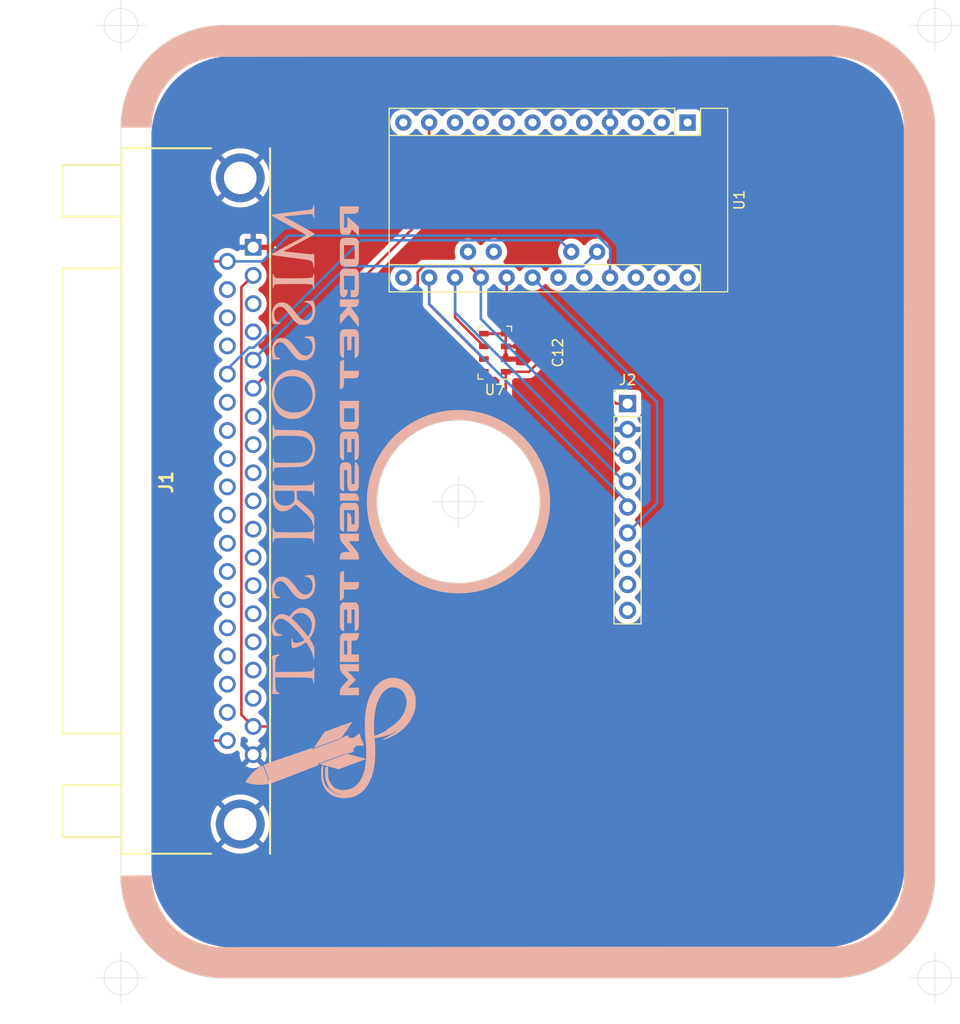
<source format=kicad_pcb>
(kicad_pcb (version 20211014) (generator pcbnew)
  (layers (0 "F.Cu" signal) (31 "B.Cu" signal) (34 "B.Paste" user) (35 "F.Paste" user) (36 "B.SilkS" user "B.Silkscreen") (37 "F.SilkS" user "F.Silkscreen") (38 "B.Mask" user) (39 "F.Mask" user) (44 "Edge.Cuts" user))
  (net 0 "")
  (net 1 "+3V3")
  (net 2 "GND")
  (net 3 "+5V")
  (net 4 "/DSUB/t_miso")
  (net 5 "/Altimeter/SDO")
  (net 6 "/Altimeter/SDI_SDA")
  (net 7 "/Altimeter/SCLK")
  (net 33 "/Arduino/sd_cs")
  (net 34 "/sdcard/d1")
  (net 43 "/DSUB/SWDIO")
  (net 44 "/Arduino/I2C_SCL")
  (net 45 "/Arduino/I2C_EN")
  (net 46 "/DSUB/Fire")
  (net 47 "/DSUB/t_mosi")
  (net 48 "/DSUB/t_clk")
  (net 49 "/DSUB/SWCLK")
  (net 50 "/Arduino/I2C_SDA")
  (net 51 "/DSUB/NRST")
  (net 52 "/DSUB/Fire_redundant")
  (net 53 "/Arduino/SPI_SS")
  (net 58 "/sdcard/d2")
  (net 59 "/sdcard/det")
  (net 60 "/Altimeter/~{CSB}")
  (footprint "Connector_PinHeader_2.54mm:PinHeader_1x09_P2.54mm_Vertical" (layer "F.Cu") (at 129.80011 87.16011)
    (fp_text reference "J2" (at 0 -2.33) (layer "F.SilkS"))
    (fp_text value "Conn_01x09")
    (pad "1" thru_hole rect (at 0 0) (size 1.7 1.7) (drill 1) (layers *.Cu *.Mask) (net 1 "+3V3"))
    (pad "2" thru_hole oval (at 0 2.54) (size 1.7 1.7) (drill 1) (layers *.Cu *.Mask) (net 2 "GND"))
    (pad "3" thru_hole oval (at 0 5.08) (size 1.7 1.7) (drill 1) (layers *.Cu *.Mask) (net 7 "/Altimeter/SCLK"))
    (pad "4" thru_hole oval (at 0 7.62) (size 1.7 1.7) (drill 1) (layers *.Cu *.Mask) (net 5 "/Altimeter/SDO"))
    (pad "5" thru_hole oval (at 0 10.16) (size 1.7 1.7) (drill 1) (layers *.Cu *.Mask) (net 6 "/Altimeter/SDI_SDA"))
    (pad "6" thru_hole oval (at 0 12.7) (size 1.7 1.7) (drill 1) (layers *.Cu *.Mask) (net 33 "/Arduino/sd_cs"))
    (pad "7" thru_hole oval (at 0 15.24) (size 1.7 1.7) (drill 1) (layers *.Cu *.Mask) (net 34 "/sdcard/d1"))
    (pad "8" thru_hole oval (at 0 17.78) (size 1.7 1.7) (drill 1) (layers *.Cu *.Mask) (net 58 "/sdcard/d2"))
    (pad "9" thru_hole oval (at 0 20.32) (size 1.7 1.7) (drill 1) (layers *.Cu *.Mask) (net 59 "/sdcard/det"))
  )
  (footprint "Package_LGA:LGA-8_3x5mm_P1.25mm" (layer "F.Cu") (at 116.75011 82.16011 180)
    (fp_text reference "U7" (at 0 -3.65) (layer "F.SilkS"))
    (fp_text value "MS5607-02BA")
    (pad "1" smd rect (at -1.075 -1.875 180) (size 0.95 0.55) (layers "F.Cu" "F.Paste" "F.Mask") (net 1 "+3V3"))
    (pad "2" smd rect (at -1.075 -0.625 180) (size 0.95 0.55) (layers "F.Cu" "F.Paste" "F.Mask") (net 2 "GND"))
    (pad "3" smd rect (at -1.075 0.625 180) (size 0.95 0.55) (layers "F.Cu" "F.Paste" "F.Mask") (net 2 "GND"))
    (pad "4" smd rect (at -1.075 1.875 180) (size 0.95 0.55) (layers "F.Cu" "F.Paste" "F.Mask") (net 60 "/Altimeter/~{CSB}"))
    (pad "5" smd rect (at 1.075 1.875 180) (size 0.95 0.55) (layers "F.Cu" "F.Paste" "F.Mask") (net 60 "/Altimeter/~{CSB}"))
    (pad "6" smd rect (at 1.075 0.625 180) (size 0.95 0.55) (layers "F.Cu" "F.Paste" "F.Mask") (net 5 "/Altimeter/SDO"))
    (pad "7" smd rect (at 1.075 -0.625 180) (size 0.95 0.55) (layers "F.Cu" "F.Paste" "F.Mask") (net 6 "/Altimeter/SDI_SDA"))
    (pad "8" smd rect (at 1.075 -1.875 180) (size 0.95 0.55) (layers "F.Cu" "F.Paste" "F.Mask") (net 7 "/Altimeter/SCLK"))
  )
  (footprint "Arduino:Arduino_Pro_Mini" (layer "F.Cu") (at 135.70011 59.54011 -90)
    (fp_text reference "U1" (at 7.62 -5.08 90) (layer "F.SilkS"))
    (fp_text value "Arduino_Pro_Mini")
    (pad "1" thru_hole rect locked (at 0 0 270) (size 1.6 1.6) (drill 0.8) (layers *.Cu *.Mask))
    (pad "2" thru_hole oval locked (at 0 2.54 270) (size 1.6 1.6) (drill 0.8) (layers *.Cu *.Mask))
    (pad "3" thru_hole oval locked (at 0 5.08 270) (size 1.6 1.6) (drill 0.8) (layers *.Cu *.Mask))
    (pad "4" thru_hole oval locked (at 0 7.62 270) (size 1.6 1.6) (drill 0.8) (layers *.Cu *.Mask) (net 2 "GND"))
    (pad "5" thru_hole oval locked (at 0 10.16 270) (size 1.6 1.6) (drill 0.8) (layers *.Cu *.Mask))
    (pad "6" thru_hole oval locked (at 0 12.7 270) (size 1.6 1.6) (drill 0.8) (layers *.Cu *.Mask))
    (pad "7" thru_hole oval locked (at 0 15.24 270) (size 1.6 1.6) (drill 0.8) (layers *.Cu *.Mask))
    (pad "8" thru_hole oval locked (at 0 17.78 270) (size 1.6 1.6) (drill 0.8) (layers *.Cu *.Mask))
    (pad "9" thru_hole oval locked (at 0 20.32 270) (size 1.6 1.6) (drill 0.8) (layers *.Cu *.Mask))
    (pad "10" thru_hole oval locked (at 0 22.86 270) (size 1.6 1.6) (drill 0.8) (layers *.Cu *.Mask))
    (pad "11" thru_hole oval locked (at 0 25.4 270) (size 1.6 1.6) (drill 0.8) (layers *.Cu *.Mask) (net 45 "/Arduino/I2C_EN"))
    (pad "12" thru_hole oval locked (at 0 27.94 270) (size 1.6 1.6) (drill 0.8) (layers *.Cu *.Mask))
    (pad "13" thru_hole oval locked (at 15.24 27.94 270) (size 1.6 1.6) (drill 0.8) (layers *.Cu *.Mask) (net 53 "/Arduino/SPI_SS"))
    (pad "14" thru_hole oval locked (at 15.24 25.4 270) (size 1.6 1.6) (drill 0.8) (layers *.Cu *.Mask) (net 6 "/Altimeter/SDI_SDA"))
    (pad "15" thru_hole oval locked (at 15.24 22.86 270) (size 1.6 1.6) (drill 0.8) (layers *.Cu *.Mask) (net 5 "/Altimeter/SDO"))
    (pad "16" thru_hole oval locked (at 15.24 20.32 270) (size 1.6 1.6) (drill 0.8) (layers *.Cu *.Mask) (net 7 "/Altimeter/SCLK"))
    (pad "17" thru_hole oval locked (at 15.24 17.78 270) (size 1.6 1.6) (drill 0.8) (layers *.Cu *.Mask) (net 60 "/Altimeter/~{CSB}"))
    (pad "18" thru_hole oval locked (at 15.24 15.24 270) (size 1.6 1.6) (drill 0.8) (layers *.Cu *.Mask) (net 33 "/Arduino/sd_cs"))
    (pad "19" thru_hole oval locked (at 15.24 12.7 270) (size 1.6 1.6) (drill 0.8) (layers *.Cu *.Mask))
    (pad "20" thru_hole oval locked (at 15.24 10.16 270) (size 1.6 1.6) (drill 0.8) (layers *.Cu *.Mask))
    (pad "21" thru_hole oval locked (at 15.24 7.62 270) (size 1.6 1.6) (drill 0.8) (layers *.Cu *.Mask) (net 3 "+5V"))
    (pad "22" thru_hole oval locked (at 15.24 5.08 270) (size 1.6 1.6) (drill 0.8) (layers *.Cu *.Mask))
    (pad "23" thru_hole oval locked (at 15.24 2.54 270) (size 1.6 1.6) (drill 0.8) (layers *.Cu *.Mask))
    (pad "24" thru_hole oval locked (at 15.24 0 270) (size 1.6 1.6) (drill 0.8) (layers *.Cu *.Mask))
    (pad "A4" thru_hole oval locked (at 12.7 11.43 270) (size 1.6 1.6) (drill 0.8) (layers *.Cu *.Mask) (net 50 "/Arduino/I2C_SDA"))
    (pad "A5" thru_hole oval locked (at 12.7 8.89 270) (size 1.6 1.6) (drill 0.8) (layers *.Cu *.Mask) (net 44 "/Arduino/I2C_SCL"))
    (pad "A6" thru_hole oval locked (at 12.7 21.59 270) (size 1.6 1.6) (drill 0.8) (layers *.Cu *.Mask))
    (pad "A7" thru_hole oval locked (at 12.7 19.05 270) (size 1.6 1.6) (drill 0.8) (layers *.Cu *.Mask))
  )
  (footprint "RDT_Custom_Footprints:L717SDC37P1ACH4F" (layer "F.Cu") (at 93 71.8 -90)
    (fp_text reference "J1" (at 23.09011 8.53989 90) (layer "F.SilkS") (effects (font (size 1.27 1.27) (thickness 0.254))))
    (fp_text value "L717SDC37P1ACH4F" hide)
    (pad "1" thru_hole rect locked (at 0 0 270) (size 1.65 1.65) (drill 1.1) (layers *.Cu *.Mask) (net 2 "GND"))
    (pad "2" thru_hole circle locked (at 2.77 0 270) (size 1.65 1.65) (drill 1.1) (layers *.Cu *.Mask) (net 1 "+3V3"))
    (pad "3" thru_hole circle locked (at 5.54 0 270) (size 1.65 1.65) (drill 1.1) (layers *.Cu *.Mask) (net 4 "/DSUB/t_miso"))
    (pad "4" thru_hole circle locked (at 8.31 0 270) (size 1.65 1.65) (drill 1.1) (layers *.Cu *.Mask) (net 43 "/DSUB/SWDIO"))
    (pad "5" thru_hole circle locked (at 11.08 0 270) (size 1.65 1.65) (drill 1.1) (layers *.Cu *.Mask) (net 44 "/Arduino/I2C_SCL"))
    (pad "6" thru_hole circle locked (at 13.85 0 270) (size 1.65 1.65) (drill 1.1) (layers *.Cu *.Mask) (net 45 "/Arduino/I2C_EN"))
    (pad "7" thru_hole circle locked (at 16.62 0 270) (size 1.65 1.65) (drill 1.1) (layers *.Cu *.Mask) (net 46 "/DSUB/Fire"))
    (pad "8" thru_hole circle locked (at 19.39 0 270) (size 1.65 1.65) (drill 1.1) (layers *.Cu *.Mask))
    (pad "9" thru_hole circle locked (at 22.16 0 270) (size 1.65 1.65) (drill 1.1) (layers *.Cu *.Mask))
    (pad "10" thru_hole circle locked (at 24.93 0 270) (size 1.65 1.65) (drill 1.1) (layers *.Cu *.Mask))
    (pad "11" thru_hole circle locked (at 27.7 0 270) (size 1.65 1.65) (drill 1.1) (layers *.Cu *.Mask))
    (pad "12" thru_hole circle locked (at 30.47 0 270) (size 1.65 1.65) (drill 1.1) (layers *.Cu *.Mask))
    (pad "13" thru_hole circle locked (at 33.24 0 270) (size 1.65 1.65) (drill 1.1) (layers *.Cu *.Mask))
    (pad "14" thru_hole circle locked (at 36.01 0 270) (size 1.65 1.65) (drill 1.1) (layers *.Cu *.Mask))
    (pad "15" thru_hole circle locked (at 38.78 0 270) (size 1.65 1.65) (drill 1.1) (layers *.Cu *.Mask))
    (pad "16" thru_hole circle locked (at 41.55 0 270) (size 1.65 1.65) (drill 1.1) (layers *.Cu *.Mask))
    (pad "17" thru_hole circle locked (at 44.32 0 270) (size 1.65 1.65) (drill 1.1) (layers *.Cu *.Mask))
    (pad "18" thru_hole circle locked (at 47.09 0 270) (size 1.65 1.65) (drill 1.1) (layers *.Cu *.Mask) (net 1 "+3V3"))
    (pad "19" thru_hole circle locked (at 49.86 0 270) (size 1.65 1.65) (drill 1.1) (layers *.Cu *.Mask) (net 2 "GND"))
    (pad "20" thru_hole circle locked (at 1.385 2.54 270) (size 1.65 1.65) (drill 1.1) (layers *.Cu *.Mask) (net 3 "+5V"))
    (pad "21" thru_hole circle locked (at 4.155 2.54 270) (size 1.65 1.65) (drill 1.1) (layers *.Cu *.Mask) (net 47 "/DSUB/t_mosi"))
    (pad "22" thru_hole circle locked (at 6.925 2.54 270) (size 1.65 1.65) (drill 1.1) (layers *.Cu *.Mask) (net 48 "/DSUB/t_clk"))
    (pad "23" thru_hole circle locked (at 9.695 2.54 270) (size 1.65 1.65) (drill 1.1) (layers *.Cu *.Mask) (net 49 "/DSUB/SWCLK"))
    (pad "24" thru_hole circle locked (at 12.465 2.54 270) (size 1.65 1.65) (drill 1.1) (layers *.Cu *.Mask) (net 50 "/Arduino/I2C_SDA"))
    (pad "25" thru_hole circle locked (at 15.235 2.54 270) (size 1.65 1.65) (drill 1.1) (layers *.Cu *.Mask) (net 51 "/DSUB/NRST"))
    (pad "26" thru_hole circle locked (at 18.005 2.54 270) (size 1.65 1.65) (drill 1.1) (layers *.Cu *.Mask) (net 52 "/DSUB/Fire_redundant"))
    (pad "27" thru_hole circle locked (at 20.775 2.54 270) (size 1.65 1.65) (drill 1.1) (layers *.Cu *.Mask))
    (pad "28" thru_hole circle locked (at 23.545 2.54 270) (size 1.65 1.65) (drill 1.1) (layers *.Cu *.Mask))
    (pad "29" thru_hole circle locked (at 26.315 2.54 270) (size 1.65 1.65) (drill 1.1) (layers *.Cu *.Mask))
    (pad "30" thru_hole circle locked (at 29.085 2.54 270) (size 1.65 1.65) (drill 1.1) (layers *.Cu *.Mask))
    (pad "31" thru_hole circle locked (at 31.855 2.54 270) (size 1.65 1.65) (drill 1.1) (layers *.Cu *.Mask))
    (pad "32" thru_hole circle locked (at 34.625 2.54 270) (size 1.65 1.65) (drill 1.1) (layers *.Cu *.Mask))
    (pad "33" thru_hole circle locked (at 37.395 2.54 270) (size 1.65 1.65) (drill 1.1) (layers *.Cu *.Mask))
    (pad "34" thru_hole circle locked (at 40.165 2.54 270) (size 1.65 1.65) (drill 1.1) (layers *.Cu *.Mask))
    (pad "35" thru_hole circle locked (at 42.935 2.54 270) (size 1.65 1.65) (drill 1.1) (layers *.Cu *.Mask))
    (pad "36" thru_hole circle locked (at 45.705 2.54 270) (size 1.65 1.65) (drill 1.1) (layers *.Cu *.Mask))
    (pad "37" thru_hole circle locked (at 48.475 2.54 270) (size 1.65 1.65) (drill 1.1) (layers *.Cu *.Mask) (net 3 "+5V"))
    (pad "MH1" thru_hole circle locked (at -6.82 1.27 270) (size 4.8 4.8) (drill 3.2) (layers *.Cu *.Mask) (net 2 "GND"))
    (pad "MH2" thru_hole circle locked (at 56.68 1.27 270) (size 4.8 4.8) (drill 3.2) (layers *.Cu *.Mask) (net 2 "GND"))
  )
  (footprint "Capacitor_SMD:C_0201_0603Metric" (layer "F.Cu") (at 124.00011 82.16011 90)
    (fp_text reference "C12" (at 0 -1.05 90) (layer "F.SilkS"))
    (fp_text value "100nF")
    (pad "1" smd roundrect (at -0.32 0 90) (size 0.46 0.4) (layers "F.Cu" "F.Mask") (net 1 "+3V3"))
    (pad "2" smd roundrect (at 0.32 0 90) (size 0.46 0.4) (layers "F.Cu" "F.Mask") (net 2 "GND"))
  )
  (footprint "RDT_Graphics:RDT_Logo" (layer "B.Cu") (at 100.6 96.8 -90)
    (fp_text reference "G***" hide)
    (fp_text value "LOGO" hide)
  )
  (gr_poly (pts (xy 159.999838 133.610677) (xy 159.969838 134.270677) (xy 159.899838 134.970677) (xy 159.759838 135.750677) (xy 159.569838 136.510677) (xy 159.299838 137.260677) (xy 159.009838 137.920677) (xy 158.679838 138.540677) (xy 158.249838 139.260677) (xy 157.749838 139.910677) (xy 157.369838 140.340677) (xy 156.879838 140.850677) (xy 156.479838 141.220677) (xy 156.039838 141.560677) (xy 155.589838 141.890677) (xy 154.919838 142.300677) (xy 154.359838 142.590677) (xy 153.859838 142.830677) (xy 153.219838 143.060677) (xy 152.499838 143.280677) (xy 151.999838 143.400677) (xy 151.619838 143.460677) (xy 151.189838 143.520677) (xy 150.669838 143.560677) (xy 150.109838 143.590677) (xy 149.979838 143.590677) (xy 150.089838 140.600677) (xy 150.119838 140.600677) (xy 151.099838 140.500677) (xy 151.959838 140.320677) (xy 152.769838 140.020677) (xy 153.319838 139.740677) (xy 153.899838 139.410677) (xy 154.469838 139.000677) (xy 155.039838 138.480677) (xy 155.639838 137.770677) (xy 155.969838 137.250677) (xy 156.359838 136.530677) (xy 156.539838 136.110677) (xy 156.749838 135.470677) (xy 156.919838 134.720677) (xy 156.989838 134.260677) (xy 157.019838 133.540677) (xy 159.999838 133.540677)) (layer "B.SilkS") (width 0.1) (fill solid))
  (gr_poly (pts (xy 149.999838 143.600677) (xy 89.974838 143.595677) (xy 89.999838 140.630677) (xy 150.109124 140.590677)) (layer "B.SilkS") (width 0.1) (fill solid))
  (gr_circle (center 113.18 96.8) (end 121.68 96.8) (layer "B.SilkS") (width 1) (fill none))
  (gr_poly (pts (xy 89.949838 143.590677) (xy 89.139838 143.550677) (xy 87.859838 143.360677) (xy 86.599838 142.970677) (xy 86.009838 142.760677) (xy 84.759838 142.100677) (xy 83.639838 141.320677) (xy 82.739838 140.480677) (xy 82.109838 139.740677) (xy 81.569838 138.950677) (xy 81.219838 138.390677) (xy 80.839838 137.560677) (xy 80.529838 136.760677) (xy 80.239839 135.710677) (xy 80.139838 135.110677) (xy 80.019838 134.340677) (xy 79.999838 133.600738) (xy 82.999838 133.570677) (xy 82.999839 133.729963) (xy 83.019838 134.210676) (xy 83.119838 134.980677) (xy 83.399838 135.950677) (xy 83.649838 136.570677) (xy 83.969838 137.170677) (xy 84.429838 137.870677) (xy 84.799838 138.310677) (xy 85.389838 138.890677) (xy 86.229838 139.520677) (xy 87.039838 139.960677) (xy 87.819838 140.270677) (xy 88.619838 140.490677) (xy 89.219838 140.580678) (xy 89.974838 140.620677) (xy 89.974838 143.595677) (xy 89.949837 143.595677)) (layer "B.SilkS") (width 0.1) (fill solid))
  (gr_poly (pts (xy 159.999838 133.540677) (xy 157.019838 133.540677) (xy 156.999838 60.041725) (xy 159.999838 60.041725)) (layer "B.SilkS") (width 0.1) (fill solid))
  (gr_poly (pts (xy 150.024838 52.991725) (xy 89.779838 53.031725) (xy 89.994777 50.016725) (xy 150.024838 50.016725)) (layer "B.SilkS") (width 0.1) (fill solid))
  (gr_poly (pts (xy 80.004838 59.966725) (xy 80.044838 59.156725) (xy 80.234838 57.876725) (xy 80.624838 56.616725) (xy 80.834838 56.026725) (xy 81.494838 54.776725) (xy 82.274838 53.656725) (xy 83.114838 52.756725) (xy 83.854838 52.126725) (xy 84.644838 51.586725) (xy 85.204838 51.236725) (xy 86.034838 50.856725) (xy 86.834838 50.546725) (xy 87.884838 50.256726) (xy 88.484838 50.156725) (xy 89.254838 50.036725) (xy 89.994777 50.016725) (xy 90.04 53.03) (xy 89.779838 53.031725) (xy 89.384839 53.036725) (xy 88.614838 53.136725) (xy 87.644838 53.416725) (xy 87.024838 53.666725) (xy 86.424838 53.986725) (xy 85.724838 54.446725) (xy 85.284838 54.816725) (xy 84.704838 55.406725) (xy 84.074838 56.246725) (xy 83.634838 57.056725) (xy 83.324838 57.836725) (xy 83.104838 58.636725) (xy 83.014837 59.236725) (xy 82.974838 59.991725) (xy 79.999838 59.991725) (xy 79.999838 59.966724)) (layer "B.SilkS") (width 0.1) (fill solid))
  (gr_poly (pts (xy 150.049838 50.021725) (xy 150.859838 50.061725) (xy 152.139838 50.251725) (xy 153.399838 50.641725) (xy 153.989838 50.851725) (xy 155.239838 51.511725) (xy 156.359838 52.291725) (xy 157.259838 53.131725) (xy 157.889838 53.871725) (xy 158.429838 54.661725) (xy 158.779838 55.221725) (xy 159.159838 56.051725) (xy 159.469838 56.851725) (xy 159.759838 57.901725) (xy 159.859838 58.501725) (xy 159.979838 59.271725) (xy 159.999838 60.011664) (xy 156.999838 60.041725) (xy 156.999837 59.882439) (xy 156.979838 59.401725) (xy 156.879838 58.631725) (xy 156.599838 57.661725) (xy 156.349838 57.041725) (xy 156.029838 56.441725) (xy 155.569838 55.741725) (xy 155.199838 55.301725) (xy 154.609838 54.721725) (xy 153.769838 54.091725) (xy 152.959838 53.651725) (xy 152.179838 53.341725) (xy 151.379838 53.121725) (xy 150.779838 53.031725) (xy 150.024838 52.991725) (xy 150.024838 50.016725) (xy 150.049838 50.016725)) (layer "B.SilkS") (width 0.1) (fill solid))
  (gr_arc (start 150.039889 51.75) (mid 157.084857 54.689753) (end 160 61.744939) (layer "F.SilkS") (width 0.1))
  (gr_circle (center 113.18 96.8) (end 121.68 96.8) (layer "F.SilkS") (width 1) (fill none))
  (gr_poly (pts (xy 150.049838 50.011725) (xy 150.859838 50.051725) (xy 152.139838 50.241725) (xy 153.399838 50.631725) (xy 153.989838 50.841725) (xy 155.239838 51.501725) (xy 156.359838 52.281725) (xy 157.259838 53.121725) (xy 157.889838 53.861725) (xy 158.429838 54.651725) (xy 158.779838 55.211725) (xy 159.159838 56.041725) (xy 159.469838 56.841725) (xy 159.759838 57.891725) (xy 159.859838 58.491725) (xy 159.979838 59.261725) (xy 159.999838 60.001664) (xy 156.999838 60.031725) (xy 156.999837 59.872439) (xy 156.979838 59.391725) (xy 156.879838 58.621725) (xy 156.599838 57.651725) (xy 156.349838 57.031725) (xy 156.029838 56.431725) (xy 155.569838 55.731725) (xy 155.199838 55.291725) (xy 154.609838 54.711725) (xy 153.769838 54.081725) (xy 152.959838 53.641725) (xy 152.179838 53.331725) (xy 151.379838 53.111725) (xy 150.779838 53.021725) (xy 150.024838 52.981725) (xy 150.024838 50.006725) (xy 150.049838 50.006725)) (layer "F.SilkS") (width 0.1) (fill solid))
  (gr_poly (pts (xy 159.999838 133.530677) (xy 157.019838 133.530677) (xy 156.999838 60.031725) (xy 159.999838 60.031725)) (layer "F.SilkS") (width 0.1) (fill solid))
  (gr_poly (pts (xy 159.999838 133.600677) (xy 159.969838 134.260677) (xy 159.899838 134.960677) (xy 159.759838 135.740677) (xy 159.569838 136.500677) (xy 159.299838 137.250677) (xy 159.009838 137.910677) (xy 158.679838 138.530677) (xy 158.249838 139.250677) (xy 157.749838 139.900677) (xy 157.369838 140.330677) (xy 156.879838 140.840677) (xy 156.479838 141.210677) (xy 156.039838 141.550677) (xy 155.589838 141.880677) (xy 154.919838 142.290677) (xy 154.359838 142.580677) (xy 153.859838 142.820677) (xy 153.219838 143.050677) (xy 152.499838 143.270677) (xy 151.999838 143.390677) (xy 151.619838 143.450677) (xy 151.189838 143.510677) (xy 150.669838 143.550677) (xy 150.109838 143.580677) (xy 149.979838 143.580677) (xy 150.089838 140.590677) (xy 150.119838 140.590677) (xy 151.099838 140.490677) (xy 151.959838 140.310677) (xy 152.769838 140.010677) (xy 153.319838 139.730677) (xy 153.899838 139.400677) (xy 154.469838 138.990677) (xy 155.039838 138.470677) (xy 155.639838 137.760677) (xy 155.969838 137.240677) (xy 156.359838 136.520677) (xy 156.539838 136.100677) (xy 156.749838 135.460677) (xy 156.919838 134.710677) (xy 156.989838 134.250677) (xy 157.019838 133.530677) (xy 159.999838 133.530677)) (layer "F.SilkS") (width 0.1) (fill solid))
  (gr_poly (pts (xy 89.949838 143.580677) (xy 89.139838 143.540677) (xy 87.859838 143.350677) (xy 86.599838 142.960677) (xy 86.009838 142.750677) (xy 84.759838 142.090677) (xy 83.639838 141.310677) (xy 82.739838 140.470677) (xy 82.109838 139.730677) (xy 81.569838 138.940677) (xy 81.219838 138.380677) (xy 80.839838 137.550677) (xy 80.529838 136.750677) (xy 80.239839 135.700677) (xy 80.139838 135.100677) (xy 80.019838 134.330677) (xy 79.999838 133.590738) (xy 82.999838 133.560677) (xy 82.999839 133.719963) (xy 83.019838 134.200676) (xy 83.119838 134.970677) (xy 83.399838 135.940677) (xy 83.649838 136.560677) (xy 83.969838 137.160677) (xy 84.429838 137.860677) (xy 84.799838 138.300677) (xy 85.389838 138.880677) (xy 86.229838 139.510677) (xy 87.039838 139.950677) (xy 87.819838 140.260677) (xy 88.619838 140.480677) (xy 89.219838 140.570678) (xy 89.974838 140.610677) (xy 89.974838 143.585677) (xy 89.949837 143.585677)) (layer "F.SilkS") (width 0.1) (fill solid))
  (gr_poly (pts (xy 150.024838 52.981725) (xy 89.779838 53.021725) (xy 89.994777 50.006725) (xy 150.024838 50.006725)) (layer "F.SilkS") (width 0.1) (fill solid))
  (gr_poly (pts (xy 80.004838 59.956725) (xy 80.044838 59.146725) (xy 80.234838 57.866725) (xy 80.624838 56.606725) (xy 80.834838 56.016725) (xy 81.494838 54.766725) (xy 82.274838 53.646725) (xy 83.114838 52.746725) (xy 83.854838 52.116725) (xy 84.644838 51.576725) (xy 85.204838 51.226725) (xy 86.034838 50.846725) (xy 86.834838 50.536725) (xy 87.884838 50.246726) (xy 88.484838 50.146725) (xy 89.254838 50.026725) (xy 89.994777 50.006725) (xy 90.024838 53.006725) (xy 89.865552 53.006726) (xy 89.384839 53.026725) (xy 88.614838 53.126725) (xy 87.644838 53.406725) (xy 87.024838 53.656725) (xy 86.424838 53.976725) (xy 85.724838 54.436725) (xy 85.284838 54.806725) (xy 84.704838 55.396725) (xy 84.074838 56.236725) (xy 83.634838 57.046725) (xy 83.324838 57.826725) (xy 83.104838 58.626725) (xy 83.014837 59.226725) (xy 82.974838 59.981725) (xy 79.999838 59.981725) (xy 79.999838 59.956724)) (layer "F.SilkS") (width 0.1) (fill solid))
  (gr_poly (pts (xy 149.999838 143.590677) (xy 89.974838 143.585677) (xy 89.999838 140.620677) (xy 150.109124 140.580677)) (layer "F.SilkS") (width 0.1) (fill solid))
  (gr_line (start 149.999912 143.599912) (end 89.999912 143.599912) (layer "Edge.Cuts") (width 0.05))
  (gr_line (start 79.999912 133.599912) (end 79.999912 59.999912) (layer "Edge.Cuts") (width 0.05))
  (gr_arc (start 79.999912 59.999912) (mid 82.928844 52.928844) (end 89.999912 49.999912) (layer "Edge.Cuts") (width 0.05))
  (gr_arc (start 89.999912 143.599912) (mid 82.928844 140.67098) (end 79.999912 133.599912) (layer "Edge.Cuts") (width 0.05))
  (gr_line (start 159.999912 59.999912) (end 159.999912 133.599912) (layer "Edge.Cuts") (width 0.05))
  (gr_arc (start 149.999912 49.999912) (mid 157.07098 52.928844) (end 159.999912 59.999912) (layer "Edge.Cuts") (width 0.05))
  (gr_line (start 89.999912 49.999912) (end 149.999912 49.999912) (layer "Edge.Cuts") (width 0.05))
  (gr_arc (start 159.999912 133.599912) (mid 157.07098 140.67098) (end 149.999912 143.599912) (layer "Edge.Cuts") (width 0.05))
  (gr_circle (center 113.179912 96.799912) (end 121.179912 96.799912) (layer "Edge.Cuts") (width 0.05) (fill none))
  (target plus (at 159.999912 143.599912) (size 5) (width 0.05) (layer "Edge.Cuts"))
  (target plus (at 79.999912 143.599912) (size 5) (width 0.05) (layer "Edge.Cuts"))
  (target plus (at 159.999912 49.999912) (size 5) (width 0.05) (layer "Edge.Cuts"))
  (target plus (at 79.999912 49.999912) (size 5) (width 0.05) (layer "Edge.Cuts"))
  (target plus (at 113.179912 96.799912) (size 5) (width 0.05) (layer "Edge.Cuts"))
  (segment (start 117.82511 84.03511) (end 117.82511 86.33511) (width 0.25) (layer "F.Cu") (net 1))
  (segment (start 117.82511 86.33511) (end 117.40011 86.76011) (width 0.25) (layer "F.Cu") (net 1))
  (segment (start 118.37511 84.03511) (end 117.82511 84.03511) (width 0.25) (layer "F.Cu") (net 1))
  (segment (start 117.40011 86.76011) (end 101.40011 86.76011) (width 0.25) (layer "F.Cu") (net 1))
  (segment (start 120.12511 84.03511) (end 121.68011 82.48011) (width 0.25) (layer "F.Cu") (net 1))
  (segment (start 117.82511 84.03511) (end 120.12511 84.03511) (width 0.25) (layer "F.Cu") (net 1))
  (segment (start 98.40011 116.56011) (end 96.07022 118.89) (width 0.25) (layer "F.Cu") (net 1))
  (segment (start 128.68011 87.16011) (end 129.80011 87.16011) (width 0.25) (layer "F.Cu") (net 1))
  (segment (start 121.68011 82.48011) (end 124.00011 82.48011) (width 0.25) (layer "F.Cu") (net 1))
  (segment (start 124.00011 82.48011) (end 128.68011 87.16011) (width 0.25) (layer "F.Cu") (net 1))
  (segment (start 96.07022 118.89) (end 92.99 118.89) (width 0.25) (layer "F.Cu") (net 1))
  (segment (start 101.40011 86.76011) (end 98.40011 89.76011) (width 0.25) (layer "F.Cu") (net 1))
  (segment (start 91.840489 117.740489) (end 92.99 118.89) (width 0.25) (layer "F.Cu") (net 1))
  (segment (start 91.840489 75.719511) (end 91.840489 117.740489) (width 0.25) (layer "F.Cu") (net 1))
  (segment (start 92.99 74.57) (end 91.840489 75.719511) (width 0.25) (layer "F.Cu") (net 1))
  (segment (start 98.40011 89.76011) (end 98.40011 116.56011) (width 0.25) (layer "F.Cu") (net 1))
  (segment (start 123.69511 81.53511) (end 124.00011 81.84011) (width 0.25) (layer "F.Cu") (net 2))
  (segment (start 117.82511 82.78511) (end 117.82511 81.53511) (width 0.25) (layer "F.Cu") (net 2))
  (segment (start 117.82511 81.53511) (end 123.69511 81.53511) (width 0.25) (layer "F.Cu") (net 2))
  (segment (start 84.00011 119.36011) (end 84.00011 74.56011) (width 0.25) (layer "F.Cu") (net 3))
  (segment (start 84.915 120.275) (end 84.00011 119.36011) (width 0.25) (layer "F.Cu") (net 3))
  (segment (start 90.45 73.185) (end 86.825 73.185) (width 0.25) (layer "F.Cu") (net 3))
  (segment (start 86.825 73.185) (end 86.80011 73.16011) (width 0.25) (layer "F.Cu") (net 3))
  (segment (start 90.45 120.275) (end 84.915 120.275) (width 0.25) (layer "F.Cu") (net 3))
  (segment (start 84.00011 74.56011) (end 85.40011 73.16011) (width 0.25) (layer "F.Cu") (net 3))
  (segment (start 85.40011 73.16011) (end 86.80011 73.16011) (width 0.25) (layer "F.Cu") (net 3))
  (segment (start 96.438533 70.650489) (end 93.904022 73.185) (width 0.25) (layer "B.Cu") (net 3))
  (segment (start 128.08011 71.91981) (end 126.810789 70.650489) (width 0.25) (layer "B.Cu") (net 3))
  (segment (start 126.810789 70.650489) (end 96.438533 70.650489) (width 0.25) (layer "B.Cu") (net 3))
  (segment (start 128.08011 74.78011) (end 128.08011 71.91981) (width 0.25) (layer "B.Cu") (net 3))
  (segment (start 93.904022 73.185) (end 90.45 73.185) (width 0.25) (layer "B.Cu") (net 3))
  (segment (start 115.67511 81.53511) (end 112.84011 78.70011) (width 0.25) (layer "F.Cu") (net 5))
  (segment (start 112.84011 78.70011) (end 112.84011 74.78011) (width 0.25) (layer "F.Cu") (net 5))
  (segment (start 129.80011 94.78011) (end 129.42011 94.78011) (width 0.25) (layer "B.Cu") (net 5))
  (segment (start 112.84011 78.20011) (end 112.84011 74.78011) (width 0.25) (layer "B.Cu") (net 5))
  (segment (start 129.42011 94.78011) (end 112.84011 78.20011) (width 0.25) (layer "B.Cu") (net 5))
  (segment (start 110.30011 77.41011) (end 110.30011 74.78011) (width 0.25) (layer "F.Cu") (net 6))
  (segment (start 115.67511 82.78511) (end 110.30011 77.41011) (width 0.25) (layer "F.Cu") (net 6))
  (segment (start 110.30011 77.36011) (end 110.30011 74.78011) (width 0.25) (layer "B.Cu") (net 6))
  (segment (start 129.80011 97.32011) (end 129.80011 96.86011) (width 0.25) (layer "B.Cu") (net 6))
  (segment (start 129.80011 96.86011) (end 110.30011 77.36011) (width 0.25) (layer "B.Cu") (net 6))
  (segment (start 109.175599 74.234621) (end 109.754621 73.655599) (width 0.25) (layer "F.Cu") (net 7))
  (segment (start 114.255599 73.655599) (end 115.38011 74.78011) (width 0.25) (layer "F.Cu") (net 7))
  (segment (start 109.754621 73.655599) (end 114.255599 73.655599) (width 0.25) (layer "F.Cu") (net 7))
  (segment (start 109.175599 77.535599) (end 109.175599 74.234621) (width 0.25) (layer "F.Cu") (net 7))
  (segment (start 115.67511 84.03511) (end 109.175599 77.535599) (width 0.25) (layer "F.Cu") (net 7))
  (segment (start 115.38011 78.84011) (end 115.38011 74.78011) (width 0.25) (layer "B.Cu") (net 7))
  (segment (start 128.78011 92.24011) (end 115.38011 78.84011) (width 0.25) (layer "B.Cu") (net 7))
  (segment (start 129.80011 92.24011) (end 128.78011 92.24011) (width 0.25) (layer "B.Cu") (net 7))
  (segment (start 132.70011 87.02011) (end 120.46011 74.78011) (width 0.25) (layer "B.Cu") (net 33))
  (segment (start 132.70011 96.96011) (end 132.70011 87.02011) (width 0.25) (layer "B.Cu") (net 33))
  (segment (start 129.80011 99.86011) (end 132.70011 96.96011) (width 0.25) (layer "B.Cu") (net 33))
  (segment (start 126.81011 72.24011) (end 125.394621 73.655599) (width 0.25) (layer "B.Cu") (net 44))
  (segment (start 102.214401 73.655599) (end 92.99 82.88) (width 0.25) (layer "B.Cu") (net 44))
  (segment (start 125.394621 73.655599) (end 102.214401 73.655599) (width 0.25) (layer "B.Cu") (net 44))
  (segment (start 110.30011 59.54011) (end 110.30011 68.33989) (width 0.25) (layer "F.Cu") (net 45))
  (segment (start 110.30011 68.33989) (end 92.99 85.65) (width 0.25) (layer "F.Cu") (net 45))
  (segment (start 93.065545 81.66011) (end 92.584235 81.66011) (width 0.25) (layer "B.Cu") (net 50))
  (segment (start 123.145599 71.115599) (end 103.610056 71.115599) (width 0.25) (layer "B.Cu") (net 50))
  (segment (start 90.45 83.794345) (end 90.45 84.265) (width 0.25) (layer "B.Cu") (net 50))
  (segment (start 124.27011 72.24011) (end 123.145599 71.115599) (width 0.25) (layer "B.Cu") (net 50))
  (segment (start 103.610056 71.115599) (end 93.065545 81.66011) (width 0.25) (layer "B.Cu") (net 50))
  (segment (start 92.584235 81.66011) (end 90.45 83.794345) (width 0.25) (layer "B.Cu") (net 50))
  (segment (start 117.82511 80.28511) (end 117.82511 81.53511) (width 0.25) (layer "F.Cu") (net 60))
  (segment (start 115.67511 80.28511) (end 117.82511 80.28511) (width 0.25) (layer "F.Cu") (net 60))
  (segment (start 117.82511 80.28511) (end 117.92011 80.19011) (width 0.25) (layer "F.Cu") (net 60))
  (segment (start 115.67511 80.28511) (end 117.82511 80.28511) (width 0.25) (layer "F.Cu") (net 60))
  (segment (start 117.92011 80.19011) (end 117.92011 74.78011) (width 0.25) (layer "F.Cu") (net 60))
  (zone (net 2) (net_name "GND") (layer "F.Cu") (connect_pads (clearance 0.5)) (min_thickness 0.5) (fill yes (thermal_gap 0.508) (thermal_bridge_width 0.508) (smoothing fillet) (radius 8))
    (polygon (pts (xy 157 140.6) (xy 83 140.6) (xy 83 53) (xy 157 53)))
  )
  (zone (net 2) (net_name "GND") (layer "B.Cu") (connect_pads (clearance 0.5)) (min_thickness 0.5) (fill yes (thermal_gap 0.508) (thermal_bridge_width 0.508) (smoothing fillet) (radius 8))
    (polygon (pts (xy 157 140.6) (xy 83 140.6) (xy 83 53) (xy 157 53)))
  )
)
</source>
